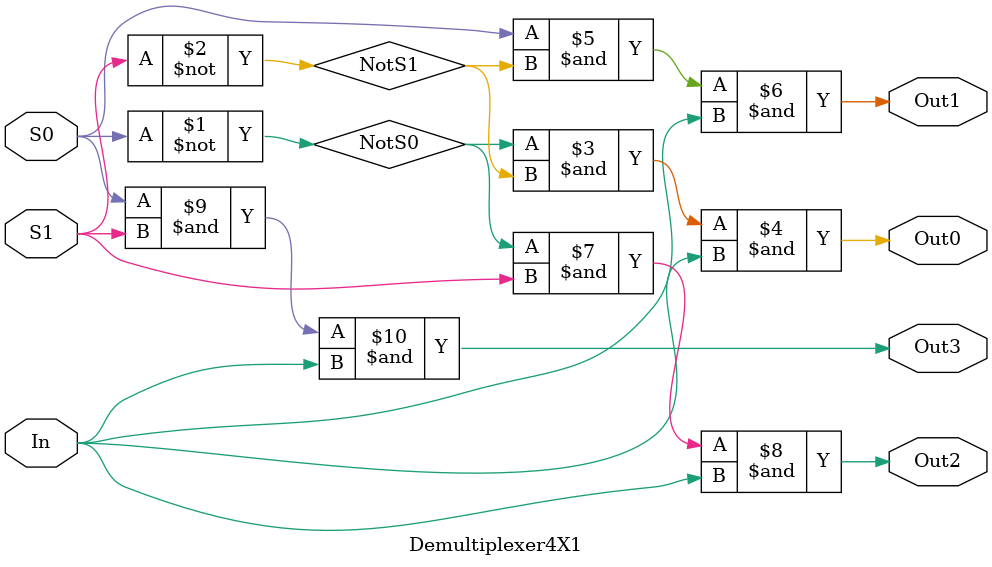
<source format=v>
module Demultiplexer4X1 (In, S0, S1, Out0, Out1, Out2, Out3);

	input In, S0, S1;
	output Out0, Out1, Out2, Out3;
	
	wire NotS0 = ~S0;
	wire NotS1 = ~S1;
	
	assign Out0 = (NotS0 & NotS1 & In);
	assign Out1 = (S0 & NotS1 & In);
	assign Out2 = (NotS0 & S1 & In); 
	assign Out3 = (S0 & S1 & In);

endmodule 
</source>
